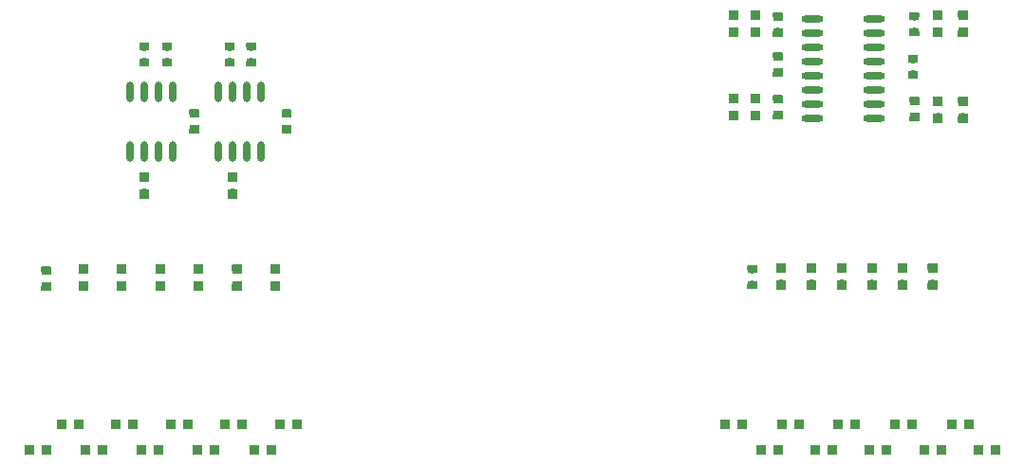
<source format=gbp>
G04*
G04 #@! TF.GenerationSoftware,Altium Limited,Altium Designer,20.2.6 (244)*
G04*
G04 Layer_Color=128*
%FSLAX24Y24*%
%MOIN*%
G70*
G04*
G04 #@! TF.SameCoordinates,F8AEF4A7-C5AA-40DC-9DAC-891B57281ED6*
G04*
G04*
G04 #@! TF.FilePolarity,Positive*
G04*
G01*
G75*
%ADD22R,0.0354X0.0315*%
%ADD28R,0.0320X0.0320*%
%ADD34R,0.0340X0.0318*%
%ADD134O,0.0248X0.0734*%
%ADD135O,0.0776X0.0237*%
G36*
X56820Y35123D02*
Y34925D01*
X56704Y34817D01*
X56596D01*
X56480Y34925D01*
Y35123D01*
X56505Y35148D01*
X56795D01*
X56820Y35123D01*
D02*
G37*
G36*
X55949D02*
Y34925D01*
X55834Y34817D01*
X55725D01*
X55609Y34925D01*
Y35123D01*
X55634Y35148D01*
X55924D01*
X55949Y35123D01*
D02*
G37*
G36*
X49524D02*
Y34925D01*
X49409Y34817D01*
X49300D01*
X49184Y34925D01*
Y35123D01*
X49209Y35148D01*
X49499D01*
X49524Y35123D01*
D02*
G37*
G36*
X48770D02*
Y34925D01*
X48654Y34817D01*
X48546D01*
X48430Y34925D01*
Y35123D01*
X48455Y35148D01*
X48745D01*
X48770Y35123D01*
D02*
G37*
G36*
X55118Y35070D02*
Y34954D01*
X55002Y34795D01*
X54893D01*
X54778Y34954D01*
Y35070D01*
X54803Y35095D01*
X55093D01*
X55118Y35070D01*
D02*
G37*
G36*
X50320Y35064D02*
Y34947D01*
X50204Y34789D01*
X50096D01*
X49980Y34947D01*
Y35064D01*
X50005Y35089D01*
X50295D01*
X50320Y35064D01*
D02*
G37*
G36*
X55118Y34388D02*
Y34272D01*
X55093Y34247D01*
X54803D01*
X54778Y34272D01*
Y34388D01*
X54893Y34547D01*
X55002D01*
X55118Y34388D01*
D02*
G37*
G36*
X50320Y34382D02*
Y34266D01*
X50295Y34240D01*
X50005D01*
X49980Y34266D01*
Y34382D01*
X50096Y34541D01*
X50204D01*
X50320Y34382D01*
D02*
G37*
G36*
X56820Y34461D02*
Y34263D01*
X56795Y34238D01*
X56505D01*
X56480Y34263D01*
Y34461D01*
X56596Y34569D01*
X56704D01*
X56820Y34461D01*
D02*
G37*
G36*
X55949D02*
Y34263D01*
X55924Y34238D01*
X55634D01*
X55609Y34263D01*
Y34461D01*
X55725Y34569D01*
X55834D01*
X55949Y34461D01*
D02*
G37*
G36*
X49524D02*
Y34263D01*
X49499Y34238D01*
X49209D01*
X49184Y34263D01*
Y34461D01*
X49300Y34569D01*
X49409D01*
X49524Y34461D01*
D02*
G37*
G36*
X48770D02*
Y34263D01*
X48745Y34238D01*
X48455D01*
X48430Y34263D01*
Y34461D01*
X48546Y34569D01*
X48654D01*
X48770Y34461D01*
D02*
G37*
G36*
X31070Y34005D02*
Y33889D01*
X30954Y33730D01*
X30846D01*
X30730Y33889D01*
Y34005D01*
X30755Y34030D01*
X31045D01*
X31070Y34005D01*
D02*
G37*
G36*
X28070D02*
Y33889D01*
X27954Y33730D01*
X27846D01*
X27730Y33889D01*
Y34005D01*
X27755Y34030D01*
X28045D01*
X28070Y34005D01*
D02*
G37*
G36*
X31820Y33999D02*
Y33883D01*
X31704Y33724D01*
X31596D01*
X31480Y33883D01*
Y33999D01*
X31505Y34024D01*
X31795D01*
X31820Y33999D01*
D02*
G37*
G36*
X28870D02*
Y33883D01*
X28754Y33724D01*
X28646D01*
X28530Y33883D01*
Y33999D01*
X28555Y34024D01*
X28845D01*
X28870Y33999D01*
D02*
G37*
G36*
X50320Y33649D02*
Y33533D01*
X50204Y33374D01*
X50096D01*
X49980Y33533D01*
Y33649D01*
X50005Y33674D01*
X50295D01*
X50320Y33649D01*
D02*
G37*
G36*
X55070Y33574D02*
Y33457D01*
X54954Y33298D01*
X54846D01*
X54730Y33457D01*
Y33574D01*
X54755Y33599D01*
X55045D01*
X55070Y33574D01*
D02*
G37*
G36*
X31070Y33323D02*
Y33207D01*
X31045Y33182D01*
X30755D01*
X30730Y33207D01*
Y33323D01*
X30846Y33482D01*
X30954D01*
X31070Y33323D01*
D02*
G37*
G36*
X28070D02*
Y33207D01*
X28045Y33182D01*
X27755D01*
X27730Y33207D01*
Y33323D01*
X27846Y33482D01*
X27954D01*
X28070Y33323D01*
D02*
G37*
G36*
X31820Y33317D02*
Y33201D01*
X31795Y33176D01*
X31505D01*
X31480Y33201D01*
Y33317D01*
X31596Y33476D01*
X31704D01*
X31820Y33317D01*
D02*
G37*
G36*
X28870D02*
Y33201D01*
X28845Y33176D01*
X28555D01*
X28530Y33201D01*
Y33317D01*
X28646Y33476D01*
X28754D01*
X28870Y33317D01*
D02*
G37*
G36*
X50320Y32967D02*
Y32851D01*
X50295Y32826D01*
X50005D01*
X49980Y32851D01*
Y32967D01*
X50096Y33126D01*
X50204D01*
X50320Y32967D01*
D02*
G37*
G36*
X55070Y32892D02*
Y32775D01*
X55045Y32750D01*
X54755D01*
X54730Y32775D01*
Y32892D01*
X54846Y33050D01*
X54954D01*
X55070Y32892D01*
D02*
G37*
G36*
X50320Y32149D02*
Y32033D01*
X50204Y31874D01*
X50096D01*
X49980Y32033D01*
Y32149D01*
X50005Y32174D01*
X50295D01*
X50320Y32149D01*
D02*
G37*
G36*
X49524Y32180D02*
Y31982D01*
X49409Y31874D01*
X49300D01*
X49184Y31982D01*
Y32180D01*
X49209Y32205D01*
X49499D01*
X49524Y32180D01*
D02*
G37*
G36*
X48770D02*
Y31982D01*
X48654Y31874D01*
X48546D01*
X48430Y31982D01*
Y32180D01*
X48455Y32205D01*
X48745D01*
X48770Y32180D01*
D02*
G37*
G36*
X55120Y32088D02*
Y31971D01*
X55004Y31812D01*
X54896D01*
X54780Y31971D01*
Y32088D01*
X54805Y32113D01*
X55095D01*
X55120Y32088D01*
D02*
G37*
G36*
X56820Y32097D02*
Y31898D01*
X56704Y31791D01*
X56596D01*
X56480Y31898D01*
Y32097D01*
X56505Y32122D01*
X56795D01*
X56820Y32097D01*
D02*
G37*
G36*
X55949D02*
Y31898D01*
X55834Y31791D01*
X55725D01*
X55609Y31898D01*
Y32097D01*
X55634Y32122D01*
X55924D01*
X55949Y32097D01*
D02*
G37*
G36*
X33070Y31649D02*
Y31533D01*
X32954Y31374D01*
X32846D01*
X32730Y31533D01*
Y31649D01*
X32755Y31674D01*
X33045D01*
X33070Y31649D01*
D02*
G37*
G36*
X29820D02*
Y31533D01*
X29704Y31374D01*
X29596D01*
X29480Y31533D01*
Y31649D01*
X29505Y31674D01*
X29795D01*
X29820Y31649D01*
D02*
G37*
G36*
X50320Y31467D02*
Y31351D01*
X50295Y31326D01*
X50005D01*
X49980Y31351D01*
Y31467D01*
X50096Y31626D01*
X50204D01*
X50320Y31467D01*
D02*
G37*
G36*
X49524Y31518D02*
Y31320D01*
X49499Y31295D01*
X49209D01*
X49184Y31320D01*
Y31518D01*
X49300Y31626D01*
X49409D01*
X49524Y31518D01*
D02*
G37*
G36*
X48770D02*
Y31320D01*
X48745Y31295D01*
X48455D01*
X48430Y31320D01*
Y31518D01*
X48546Y31626D01*
X48654D01*
X48770Y31518D01*
D02*
G37*
G36*
X55120Y31406D02*
Y31289D01*
X55095Y31264D01*
X54805D01*
X54780Y31289D01*
Y31406D01*
X54896Y31564D01*
X55004D01*
X55120Y31406D01*
D02*
G37*
G36*
X56820Y31435D02*
Y31236D01*
X56795Y31211D01*
X56505D01*
X56480Y31236D01*
Y31435D01*
X56596Y31542D01*
X56704D01*
X56820Y31435D01*
D02*
G37*
G36*
X55949D02*
Y31236D01*
X55924Y31211D01*
X55634D01*
X55609Y31236D01*
Y31435D01*
X55725Y31542D01*
X55834D01*
X55949Y31435D01*
D02*
G37*
G36*
X33070Y30967D02*
Y30851D01*
X33045Y30826D01*
X32755D01*
X32730Y30851D01*
Y30967D01*
X32846Y31126D01*
X32954D01*
X33070Y30967D01*
D02*
G37*
G36*
X29820D02*
Y30851D01*
X29795Y30826D01*
X29505D01*
X29480Y30851D01*
Y30967D01*
X29596Y31126D01*
X29704D01*
X29820Y30967D01*
D02*
G37*
G36*
X31170Y29430D02*
Y29232D01*
X31054Y29124D01*
X30946D01*
X30830Y29232D01*
Y29430D01*
X30855Y29455D01*
X31145D01*
X31170Y29430D01*
D02*
G37*
G36*
X28070D02*
Y29232D01*
X27954Y29124D01*
X27846D01*
X27730Y29232D01*
Y29430D01*
X27755Y29455D01*
X28045D01*
X28070Y29430D01*
D02*
G37*
G36*
X31170Y28768D02*
Y28570D01*
X31145Y28545D01*
X30855D01*
X30830Y28570D01*
Y28768D01*
X30946Y28876D01*
X31054D01*
X31170Y28768D01*
D02*
G37*
G36*
X28070D02*
Y28570D01*
X28045Y28545D01*
X27755D01*
X27730Y28570D01*
Y28768D01*
X27846Y28876D01*
X27954D01*
X28070Y28768D01*
D02*
G37*
G36*
X55753Y26230D02*
Y26032D01*
X55637Y25924D01*
X55528D01*
X55413Y26032D01*
Y26230D01*
X55438Y26255D01*
X55728D01*
X55753Y26230D01*
D02*
G37*
G36*
X54691D02*
Y26032D01*
X54575Y25924D01*
X54466D01*
X54350Y26032D01*
Y26230D01*
X54376Y26255D01*
X54665D01*
X54691Y26230D01*
D02*
G37*
G36*
X53628D02*
Y26032D01*
X53512Y25924D01*
X53404D01*
X53288Y26032D01*
Y26230D01*
X53313Y26255D01*
X53603D01*
X53628Y26230D01*
D02*
G37*
G36*
X52566D02*
Y26032D01*
X52450Y25924D01*
X52341D01*
X52226Y26032D01*
Y26230D01*
X52251Y26255D01*
X52541D01*
X52566Y26230D01*
D02*
G37*
G36*
X51503D02*
Y26032D01*
X51388Y25924D01*
X51279D01*
X51163Y26032D01*
Y26230D01*
X51188Y26255D01*
X51478D01*
X51503Y26230D01*
D02*
G37*
G36*
X50441D02*
Y26032D01*
X50325Y25924D01*
X50216D01*
X50101Y26032D01*
Y26230D01*
X50126Y26255D01*
X50416D01*
X50441Y26230D01*
D02*
G37*
G36*
X49420Y26171D02*
Y26055D01*
X49304Y25896D01*
X49196D01*
X49080Y26055D01*
Y26171D01*
X49105Y26196D01*
X49395D01*
X49420Y26171D01*
D02*
G37*
G36*
X32670Y26180D02*
Y25982D01*
X32554Y25874D01*
X32446D01*
X32330Y25982D01*
Y26180D01*
X32355Y26205D01*
X32645D01*
X32670Y26180D01*
D02*
G37*
G36*
X31321D02*
Y25982D01*
X31206Y25874D01*
X31097D01*
X30981Y25982D01*
Y26180D01*
X31007Y26205D01*
X31296D01*
X31321Y26180D01*
D02*
G37*
G36*
X29973D02*
Y25982D01*
X29857Y25874D01*
X29748D01*
X29633Y25982D01*
Y26180D01*
X29658Y26205D01*
X29948D01*
X29973Y26180D01*
D02*
G37*
G36*
X28624D02*
Y25982D01*
X28509Y25874D01*
X28400D01*
X28284Y25982D01*
Y26180D01*
X28309Y26205D01*
X28599D01*
X28624Y26180D01*
D02*
G37*
G36*
X27276D02*
Y25982D01*
X27160Y25874D01*
X27051D01*
X26936Y25982D01*
Y26180D01*
X26961Y26205D01*
X27250D01*
X27276Y26180D01*
D02*
G37*
G36*
X25927D02*
Y25982D01*
X25811Y25874D01*
X25703D01*
X25587Y25982D01*
Y26180D01*
X25612Y26205D01*
X25902D01*
X25927Y26180D01*
D02*
G37*
G36*
X24620Y26121D02*
Y26005D01*
X24504Y25846D01*
X24396D01*
X24280Y26005D01*
Y26121D01*
X24305Y26146D01*
X24595D01*
X24620Y26121D01*
D02*
G37*
G36*
X49420Y25489D02*
Y25373D01*
X49395Y25348D01*
X49105D01*
X49080Y25373D01*
Y25489D01*
X49196Y25648D01*
X49304D01*
X49420Y25489D01*
D02*
G37*
G36*
X55753Y25568D02*
Y25370D01*
X55728Y25345D01*
X55438D01*
X55413Y25370D01*
Y25568D01*
X55528Y25676D01*
X55637D01*
X55753Y25568D01*
D02*
G37*
G36*
X54691D02*
Y25370D01*
X54665Y25345D01*
X54376D01*
X54350Y25370D01*
Y25568D01*
X54466Y25676D01*
X54575D01*
X54691Y25568D01*
D02*
G37*
G36*
X53628D02*
Y25370D01*
X53603Y25345D01*
X53313D01*
X53288Y25370D01*
Y25568D01*
X53404Y25676D01*
X53512D01*
X53628Y25568D01*
D02*
G37*
G36*
X52566D02*
Y25370D01*
X52541Y25345D01*
X52251D01*
X52226Y25370D01*
Y25568D01*
X52341Y25676D01*
X52450D01*
X52566Y25568D01*
D02*
G37*
G36*
X51503D02*
Y25370D01*
X51478Y25345D01*
X51188D01*
X51163Y25370D01*
Y25568D01*
X51279Y25676D01*
X51388D01*
X51503Y25568D01*
D02*
G37*
G36*
X50441D02*
Y25370D01*
X50416Y25345D01*
X50126D01*
X50101Y25370D01*
Y25568D01*
X50216Y25676D01*
X50325D01*
X50441Y25568D01*
D02*
G37*
G36*
X24620Y25439D02*
Y25323D01*
X24595Y25298D01*
X24305D01*
X24280Y25323D01*
Y25439D01*
X24396Y25598D01*
X24504D01*
X24620Y25439D01*
D02*
G37*
G36*
X32670Y25518D02*
Y25320D01*
X32645Y25295D01*
X32355D01*
X32330Y25320D01*
Y25518D01*
X32446Y25626D01*
X32554D01*
X32670Y25518D01*
D02*
G37*
G36*
X31321D02*
Y25320D01*
X31296Y25295D01*
X31007D01*
X30981Y25320D01*
Y25518D01*
X31097Y25626D01*
X31206D01*
X31321Y25518D01*
D02*
G37*
G36*
X29973D02*
Y25320D01*
X29948Y25295D01*
X29658D01*
X29633Y25320D01*
Y25518D01*
X29748Y25626D01*
X29857D01*
X29973Y25518D01*
D02*
G37*
G36*
X28624D02*
Y25320D01*
X28599Y25295D01*
X28309D01*
X28284Y25320D01*
Y25518D01*
X28400Y25626D01*
X28509D01*
X28624Y25518D01*
D02*
G37*
G36*
X27276D02*
Y25320D01*
X27250Y25295D01*
X26961D01*
X26936Y25320D01*
Y25518D01*
X27051Y25626D01*
X27160D01*
X27276Y25518D01*
D02*
G37*
G36*
X25927D02*
Y25320D01*
X25902Y25295D01*
X25612D01*
X25587Y25320D01*
Y25518D01*
X25703Y25626D01*
X25811D01*
X25927Y25518D01*
D02*
G37*
D22*
X28700Y33876D02*
D03*
Y33324D02*
D03*
X31650Y33876D02*
D03*
Y33324D02*
D03*
X29650Y30974D02*
D03*
Y31526D02*
D03*
X32900Y30974D02*
D03*
Y31526D02*
D03*
X24450Y25998D02*
D03*
Y25446D02*
D03*
X49250Y26048D02*
D03*
Y25496D02*
D03*
X50150Y32026D02*
D03*
Y31474D02*
D03*
Y33526D02*
D03*
Y32974D02*
D03*
Y34940D02*
D03*
Y34389D02*
D03*
X54950Y31964D02*
D03*
Y31413D02*
D03*
X54900Y32899D02*
D03*
Y33450D02*
D03*
X54948Y34395D02*
D03*
Y34946D02*
D03*
X30900Y33882D02*
D03*
Y33331D02*
D03*
X27900Y33882D02*
D03*
Y33331D02*
D03*
D28*
X23850Y19675D02*
D03*
X24450D02*
D03*
X25825D02*
D03*
X26425D02*
D03*
X27800D02*
D03*
X28400D02*
D03*
X28825Y20575D02*
D03*
X29425D02*
D03*
X29775Y19675D02*
D03*
X30375D02*
D03*
X31750D02*
D03*
X32350D02*
D03*
X48300Y20575D02*
D03*
X48900D02*
D03*
X49550Y19675D02*
D03*
X50150D02*
D03*
X51462D02*
D03*
X52063D02*
D03*
X53375D02*
D03*
X53975D02*
D03*
X55287D02*
D03*
X55887D02*
D03*
X57200D02*
D03*
X57800D02*
D03*
X56250Y20575D02*
D03*
X56850D02*
D03*
X25600D02*
D03*
X25000D02*
D03*
X27513D02*
D03*
X26913D02*
D03*
X31337D02*
D03*
X30738D02*
D03*
X33250D02*
D03*
X32650D02*
D03*
X50887D02*
D03*
X50287D02*
D03*
X54862D02*
D03*
X54262D02*
D03*
X52875D02*
D03*
X52275D02*
D03*
D34*
X27900Y28703D02*
D03*
Y29297D02*
D03*
X31000Y28703D02*
D03*
Y29297D02*
D03*
X25757Y25453D02*
D03*
Y26047D02*
D03*
X27106Y25453D02*
D03*
Y26047D02*
D03*
X28454Y25453D02*
D03*
Y26047D02*
D03*
X29803D02*
D03*
Y25453D02*
D03*
X31151Y26047D02*
D03*
Y25453D02*
D03*
X32500Y26047D02*
D03*
Y25453D02*
D03*
X50271Y26097D02*
D03*
Y25503D02*
D03*
X51333D02*
D03*
Y26097D02*
D03*
X52396Y25503D02*
D03*
Y26097D02*
D03*
X53458Y25503D02*
D03*
Y26097D02*
D03*
X54520D02*
D03*
Y25503D02*
D03*
X55583Y26097D02*
D03*
Y25503D02*
D03*
X48600Y31453D02*
D03*
Y32047D02*
D03*
X49354D02*
D03*
Y31453D02*
D03*
X48600Y34396D02*
D03*
Y34989D02*
D03*
X49354Y34396D02*
D03*
Y34989D02*
D03*
X55779Y31370D02*
D03*
Y31963D02*
D03*
X56650Y31370D02*
D03*
Y31963D02*
D03*
X55779Y34396D02*
D03*
Y34989D02*
D03*
X56650D02*
D03*
Y34396D02*
D03*
D134*
X28900Y30194D02*
D03*
X28400D02*
D03*
X27900D02*
D03*
X27400D02*
D03*
X28900Y32306D02*
D03*
X28400D02*
D03*
X27900D02*
D03*
X27400D02*
D03*
X32000Y30194D02*
D03*
X31500D02*
D03*
X31000D02*
D03*
X30500D02*
D03*
X32000Y32306D02*
D03*
X31500D02*
D03*
X31000D02*
D03*
X30500D02*
D03*
D135*
X51373Y31350D02*
D03*
Y31850D02*
D03*
Y32350D02*
D03*
Y32850D02*
D03*
Y33350D02*
D03*
Y33850D02*
D03*
Y34350D02*
D03*
Y34850D02*
D03*
X53527Y31350D02*
D03*
Y31850D02*
D03*
Y32350D02*
D03*
Y32850D02*
D03*
Y33350D02*
D03*
Y33850D02*
D03*
Y34350D02*
D03*
Y34850D02*
D03*
M02*

</source>
